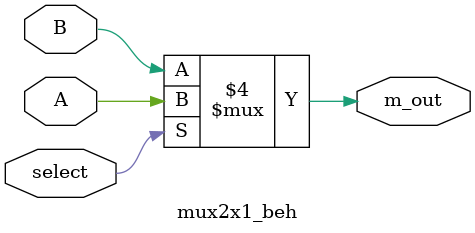
<source format=v>
module mux2x1_beh(m_out, A, B, select);
   output m_out;
   input  A, B, select;
   reg 	  m_out;
   always @(A or B or select)
     if (select == 1) m_out = A;
     else m_out = B;

endmodule // mux2x1_beh

</source>
